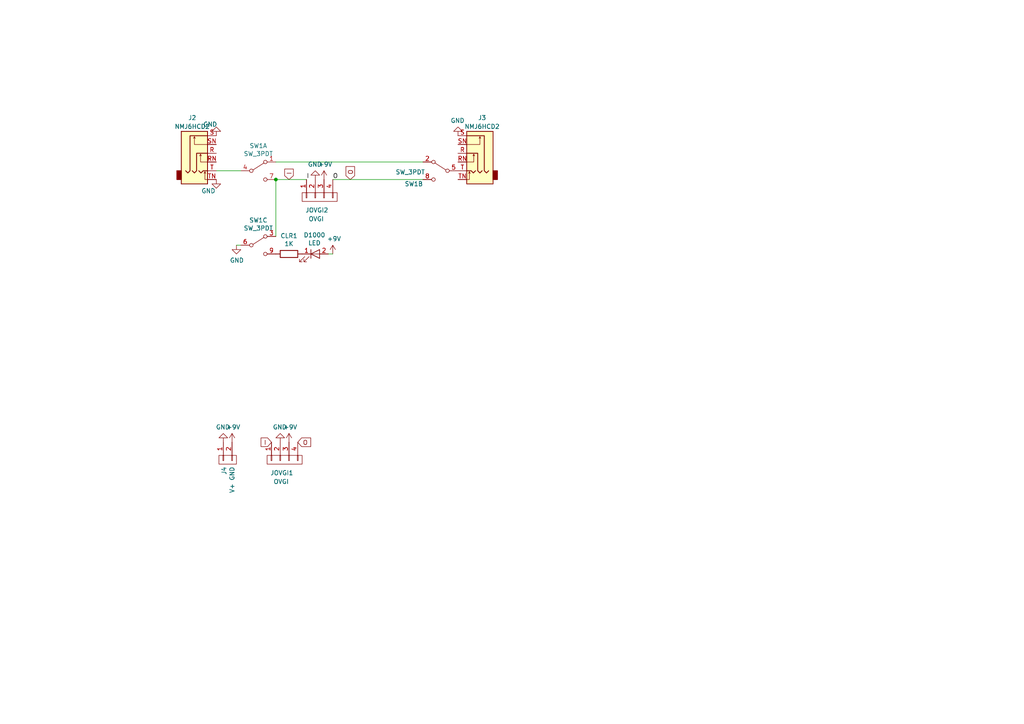
<source format=kicad_sch>
(kicad_sch (version 20230121) (generator eeschema)
  (paper "A4")
  (lib_symbols
    (symbol "1590B-rescue:CONN_01X02-conn" (pin_names (offset 1.016) hide)
      (property "Reference" "J" (at 0 3.81 0))
      (property "Value" "conn:CONN_01X02" (at 2.54 0 90))
      (symbol "CONN_01X02-conn_0_1"
        (rectangle (start -1.27 -1.143) (end 0.254 -1.397))
        (rectangle (start -1.27 1.397) (end 0.254 1.143))
        (rectangle (start -1.27 2.54) (end 1.27 -2.54))
      )
      (symbol "CONN_01X02-conn_1_1"
        (pin passive line (at -5.08 1.27 0) (length 3.81) (name "P1") (number "1"))
        (pin passive line (at -5.08 -1.27 0) (length 3.81) (name "P2") (number "2"))
      )
    )
    (symbol "1590B-rescue:CONN_01X04-conn" (pin_names (offset 1.016) hide)
      (property "Reference" "J" (at 0 6.35 0))
      (property "Value" "conn:CONN_01X04" (at 2.54 0 90))
      (symbol "CONN_01X04-conn_0_1"
        (rectangle (start -1.27 -3.683) (end 0.254 -3.937))
        (rectangle (start -1.27 -1.143) (end 0.254 -1.397))
        (rectangle (start -1.27 1.397) (end 0.254 1.143))
        (rectangle (start -1.27 3.937) (end 0.254 3.683))
        (rectangle (start -1.27 5.08) (end 1.27 -5.08))
      )
      (symbol "CONN_01X04-conn_1_1"
        (pin passive line (at -5.08 3.81 0) (length 3.81) (name "P1") (number "1"))
        (pin passive line (at -5.08 1.27 0) (length 3.81) (name "P2") (number "2"))
        (pin passive line (at -5.08 -1.27 0) (length 3.81) (name "P3") (number "3"))
        (pin passive line (at -5.08 -3.81 0) (length 3.81) (name "P4") (number "4"))
      )
    )
    (symbol "1590B-rescue:LED-device" (pin_names (offset 1.016) hide)
      (property "Reference" "D" (at 0 2.54 0))
      (property "Value" "device:LED" (at 0 -2.54 0))
      (symbol "LED-device_0_1"
        (polyline (pts (xy -1.27 -1.27) (xy -1.27 1.27)) (stroke (width 0.2032)))
        (polyline (pts (xy -1.27 0) (xy 1.27 0)))
        (polyline (pts (xy 1.27 -1.27) (xy 1.27 1.27) (xy -1.27 0) (xy 1.27 -1.27)) (stroke (width 0.2032)))
        (polyline (pts (xy -3.048 -0.762) (xy -4.572 -2.286) (xy -3.81 -2.286) (xy -4.572 -2.286) (xy -4.572 -1.524)))
        (polyline (pts (xy -1.778 -0.762) (xy -3.302 -2.286) (xy -2.54 -2.286) (xy -3.302 -2.286) (xy -3.302 -1.524)))
      )
      (symbol "LED-device_1_1"
        (pin passive line (at -3.81 0 0) (length 2.54) (name "K") (number "1"))
        (pin passive line (at 3.81 0 180) (length 2.54) (name "A") (number "2"))
      )
    )
    (symbol "1590B-rescue:R-device" (pin_numbers hide) (pin_names (offset 0))
      (property "Reference" "R" (at 2.032 0 90))
      (property "Value" "device:R" (at 0 0 90))
      (symbol "R-device_0_1"
        (rectangle (start -1.016 -2.54) (end 1.016 2.54) (stroke (width 0.254)))
      )
      (symbol "R-device_1_1"
        (pin passive line (at 0 3.81 270) (length 1.27) (name "~") (number "1"))
        (pin passive line (at 0 -3.81 90) (length 1.27) (name "~") (number "2"))
      )
    )
    (symbol "1590B-rescue:SW_3PDT-switches" (pin_names (offset 0) hide)
      (property "Reference" "SW" (at 0 4.318 0))
      (property "Value" "switches:SW_3PDT" (at 0 -5.08 0))
      (symbol "SW_3PDT-switches_0_0"
        (circle (center -2.032 0) (radius 0.508))
        (circle (center 2.032 -2.54) (radius 0.508))
      )
      (symbol "SW_3PDT-switches_0_1"
        (polyline (pts (xy -1.524 0.254) (xy 1.651 2.286)))
        (circle (center 2.032 2.54) (radius 0.508))
      )
      (symbol "SW_3PDT-switches_1_1"
        (pin passive line (at 5.08 2.54 180) (length 2.54) (name "A") (number "1"))
        (pin passive line (at -5.08 0 0) (length 2.54) (name "B") (number "4"))
        (pin passive line (at 5.08 -2.54 180) (length 2.54) (name "C") (number "7"))
      )
      (symbol "SW_3PDT-switches_2_1"
        (pin passive line (at 5.08 2.54 180) (length 2.54) (name "A") (number "2"))
        (pin passive line (at -5.08 0 0) (length 2.54) (name "B") (number "5"))
        (pin passive line (at 5.08 -2.54 180) (length 2.54) (name "C") (number "8"))
      )
      (symbol "SW_3PDT-switches_3_1"
        (pin passive line (at 5.08 2.54 180) (length 2.54) (name "A") (number "3"))
        (pin passive line (at -5.08 0 0) (length 2.54) (name "B") (number "6"))
        (pin passive line (at 5.08 -2.54 180) (length 2.54) (name "C") (number "9"))
      )
    )
    (symbol "Connector_Audio:NMJ6HCD2"
      (property "Reference" "J" (at 0 11.43 0))
      (property "Value" "NMJ6HCD2" (at 0 8.89 0))
      (symbol "NMJ6HCD2_0_1"
        (rectangle (start -5.08 -5.08) (end -6.35 -7.62) (stroke (width 0.254)) (fill (type outline)))
        (polyline (pts (xy -1.27 4.826) (xy -1.016 4.318)))
        (polyline (pts (xy 0.508 -0.254) (xy 0.762 -0.762)))
        (polyline (pts (xy 1.778 -5.334) (xy 2.032 -5.842)))
        (polyline (pts (xy 0 -5.08) (xy 0.635 -5.715) (xy 1.27 -5.08) (xy 2.54 -5.08)) (stroke (width 0.254)))
        (polyline (pts (xy 2.54 -7.62) (xy 1.778 -7.62) (xy 1.778 -5.334) (xy 1.524 -5.842)))
        (polyline (pts (xy 2.54 -2.54) (xy 0.508 -2.54) (xy 0.508 -0.254) (xy 0.254 -0.762)))
        (polyline (pts (xy 2.54 2.54) (xy -1.27 2.54) (xy -1.27 4.826) (xy -1.524 4.318)))
        (polyline (pts (xy -1.905 -5.08) (xy -1.27 -5.715) (xy -0.635 -5.08) (xy -0.635 0) (xy 2.54 0)) (stroke (width 0.254)))
        (polyline (pts (xy 2.54 5.08) (xy -2.54 5.08) (xy -2.54 -5.08) (xy -3.175 -5.715) (xy -3.81 -5.08)) (stroke (width 0.254)))
        (rectangle (start 2.54 6.35) (end -5.08 -8.89) (stroke (width 0.254)) (fill (type background)))
      )
      (symbol "NMJ6HCD2_1_1"
        (pin passive line (at 5.08 0 180) (length 2.54) (name "~") (number "R"))
        (pin passive line (at 5.08 -2.54 180) (length 2.54) (name "~") (number "RN"))
        (pin passive line (at 5.08 5.08 180) (length 2.54) (name "~") (number "S"))
        (pin passive line (at 5.08 2.54 180) (length 2.54) (name "~") (number "SN"))
        (pin passive line (at 5.08 -5.08 180) (length 2.54) (name "~") (number "T"))
        (pin passive line (at 5.08 -7.62 180) (length 2.54) (name "~") (number "TN"))
      )
    )
    (symbol "power:+9V" (power) (pin_names (offset 0))
      (property "Value" "+9V" (at 0 3.556 0))
      (symbol "+9V_0_1"
        (polyline (pts (xy -0.762 1.27) (xy 0 2.54)))
        (polyline (pts (xy 0 0) (xy 0 2.54)))
        (polyline (pts (xy 0 2.54) (xy 0.762 1.27)))
      )
      (symbol "+9V_1_1"
        (pin power_in line (at 0 0 90) (length 0) hide (name "+9V") (number "1"))
      )
    )
    (symbol "power:GND" (power) (pin_names (offset 0))
      (property "Value" "GND" (at 0 -3.81 0))
      (symbol "GND_0_1"
        (polyline (pts (xy 0 0) (xy 0 -1.27) (xy 1.27 -1.27) (xy 0 -2.54) (xy -1.27 -1.27) (xy 0 -1.27)))
      )
      (symbol "GND_1_1"
        (pin power_in line (at 0 0 270) (length 0) hide (name "GND") (number "1"))
      )
    )
  )
  (junction (at 80.01 52.07))
  (wire (pts (xy 80.01 52.07) (xy 88.9 52.07)))
  (wire (pts (xy 62.738 49.53) (xy 69.85 49.53)))
  (wire (pts (xy 69.85 71.12) (xy 68.58 71.12)))
  (wire (pts (xy 96.52 52.07) (xy 122.682 52.07)))
  (wire (pts (xy 80.01 52.07) (xy 80.01 68.58)))
  (wire (pts (xy 80.01 46.99) (xy 122.682 46.99)))
  (wire (pts (xy 95.25 73.66) (xy 96.52 73.66)))
  (label "O" (at 96.52 52.07 0))
  (label "I" (at 88.9 52.07 0))
  (global_label "I" (shape input) (at 83.82 52.07 90) (property "Intersheetrefs" "${INTERSHEET_REFS}" (effects hide)))
  (global_label "O" (shape input) (at 86.36 128.27 0) (property "Intersheetrefs" "${INTERSHEET_REFS}" (effects hide)))
  (global_label "O" (shape input) (at 101.6 52.07 90) (property "Intersheetrefs" "${INTERSHEET_REFS}" (effects hide)))
  (global_label "I" (shape input) (at 78.74 128.27 180) (property "Intersheetrefs" "${INTERSHEET_REFS}" (effects hide)))
  (symbol (lib_id "Connector_Audio:NMJ6HCD2") (at 137.922 44.45 0) (mirror y) (unit 1)
    (property "Reference" "J3" (at 139.827 34.163 0))
    (property "Value" "NMJ6HCD2" (at 139.827 36.703 0))
    (property "Footprint" "Connector_Audio:Jack_6.35mm_Neutrik_NMJ6HCD2_Horizontal" (effects hide))
    (property "Datasheet" "https://www.neutrik.com/en/product/nmj6hcd2" (effects hide))
  )
  (symbol (lib_id "1590B-rescue:CONN_01X04-conn") (at 82.55 133.35 90) (mirror x) (unit 1)
    (property "Reference" "JOVGI1" (at 85.09 137.16 90) (effects (justify left)))
    (property "Value" "OVGI" (at 83.82 139.7 90) (effects (justify left)))
    (property "Footprint" "Pin_Headers:Pin_Header_Straight_1x04_Pitch2.54mm" (effects hide))
  )
  (symbol (lib_id "1590B-rescue:SW_3PDT-switches") (at 74.93 71.12 0) (unit 3)
    (property "Reference" "SW1" (at 74.93 63.881 0))
    (property "Value" "SW_3PDT" (at 74.93 66.1924 0))
    (property "Footprint" "Pedal-Components:3PDT-Footswitch" (effects hide))
  )
  (symbol (lib_id "power:GND") (at 64.77 128.27 180) (unit 1)
    (property "Reference" "#PWR01" (effects hide))
    (property "Value" "GND" (at 64.643 123.8758 0))
  )
  (symbol (lib_id "power:GND") (at 62.738 39.37 180) (unit 1)
    (property "Reference" "#PWR06" (effects hide))
    (property "Value" "GND" (at 60.96 36.068 0))
  )
  (symbol (lib_id "power:+9V") (at 96.52 73.66 0) (unit 1)
    (property "Reference" "#PWR013" (effects hide))
    (property "Value" "+9V" (at 96.901 69.2658 0))
  )
  (symbol (lib_id "power:+9V") (at 67.31 128.27 0) (unit 1)
    (property "Reference" "#PWR02" (effects hide))
    (property "Value" "+9V" (at 67.691 123.8758 0))
  )
  (symbol (lib_id "1590B-rescue:R-device") (at 83.82 73.66 270) (unit 1)
    (property "Reference" "CLR1" (at 83.82 68.4022 90))
    (property "Value" "1K" (at 83.82 70.7136 90))
    (property "Footprint" "Pedal-Components:R_Axial_DIN0204_L3.6mm_D1.6mm_P7.62mm_Horizontal" (effects hide))
  )
  (symbol (lib_id "power:+9V") (at 93.98 52.07 0) (unit 1)
    (property "Reference" "#PWR012" (effects hide))
    (property "Value" "+9V" (at 94.361 47.6758 0))
  )
  (symbol (lib_id "1590B-rescue:SW_3PDT-switches") (at 74.93 49.53 0) (unit 1)
    (property "Reference" "SW1" (at 74.93 42.291 0))
    (property "Value" "SW_3PDT" (at 74.93 44.6024 0))
    (property "Footprint" "Pedal-Components:3PDT-Footswitch" (effects hide))
  )
  (symbol (lib_id "power:GND") (at 62.738 52.07 0) (unit 1)
    (property "Reference" "#PWR07" (effects hide))
    (property "Value" "GND" (at 60.452 55.372 0))
  )
  (symbol (lib_id "power:+9V") (at 83.82 128.27 0) (unit 1)
    (property "Reference" "#PWR010" (effects hide))
    (property "Value" "+9V" (at 84.201 123.8758 0))
  )
  (symbol (lib_id "power:GND") (at 81.28 128.27 180) (unit 1)
    (property "Reference" "#PWR08" (effects hide))
    (property "Value" "GND" (at 81.153 123.8758 0))
  )
  (symbol (lib_id "power:GND") (at 132.842 39.37 180) (unit 1)
    (property "Reference" "#PWR015" (effects hide))
    (property "Value" "GND" (at 132.715 34.9758 0))
  )
  (symbol (lib_id "Connector_Audio:NMJ6HCD2") (at 57.658 44.45 0) (unit 1)
    (property "Reference" "J2" (at 55.753 34.163 0))
    (property "Value" "NMJ6HCD2" (at 55.753 36.703 0))
    (property "Footprint" "Connector_Audio:Jack_6.35mm_Neutrik_NMJ6HCD2_Horizontal" (effects hide))
    (property "Datasheet" "https://www.neutrik.com/en/product/nmj6hcd2" (effects hide))
  )
  (symbol (lib_id "power:GND") (at 68.58 71.12 0) (unit 1)
    (property "Reference" "#PWR03" (effects hide))
    (property "Value" "GND" (at 68.707 75.5142 0))
  )
  (symbol (lib_id "power:GND") (at 91.44 52.07 180) (unit 1)
    (property "Reference" "#PWR011" (effects hide))
    (property "Value" "GND" (at 91.313 47.6758 0))
  )
  (symbol (lib_id "1590B-rescue:CONN_01X02-conn") (at 66.04 133.35 90) (mirror x) (unit 1)
    (property "Reference" "J4" (at 64.9986 135.3312 0) (effects (justify left)))
    (property "Value" "V+ GND" (at 67.31 135.3312 0) (effects (justify left)))
    (property "Footprint" "Connector_PinHeader_2.54mm:PinHeader_1x02_P2.54mm_Vertical" (effects hide))
  )
  (symbol (lib_id "1590B-rescue:LED-device") (at 91.44 73.66 0) (unit 1)
    (property "Reference" "D1000" (at 91.2114 68.1736 0))
    (property "Value" "LED" (at 91.2114 70.485 0))
    (property "Footprint" "LEDs:LED-5MM" (effects hide))
  )
  (symbol (lib_id "1590B-rescue:SW_3PDT-switches") (at 127.762 49.53 0) (mirror y) (unit 2)
    (property "Reference" "SW1" (at 120.015 53.34 0))
    (property "Value" "SW_3PDT" (at 118.999 49.911 0))
    (property "Footprint" "Pedal-Components:3PDT-Footswitch" (effects hide))
  )
  (symbol (lib_id "1590B-rescue:CONN_01X04-conn") (at 92.71 57.15 90) (mirror x) (unit 1)
    (property "Reference" "JOVGI2" (at 95.25 60.96 90) (effects (justify left)))
    (property "Value" "OVGI" (at 93.98 63.5 90) (effects (justify left)))
    (property "Footprint" "Pin_Headers:Pin_Header_Straight_1x04_Pitch2.54mm" (effects hide))
  )
)
</source>
